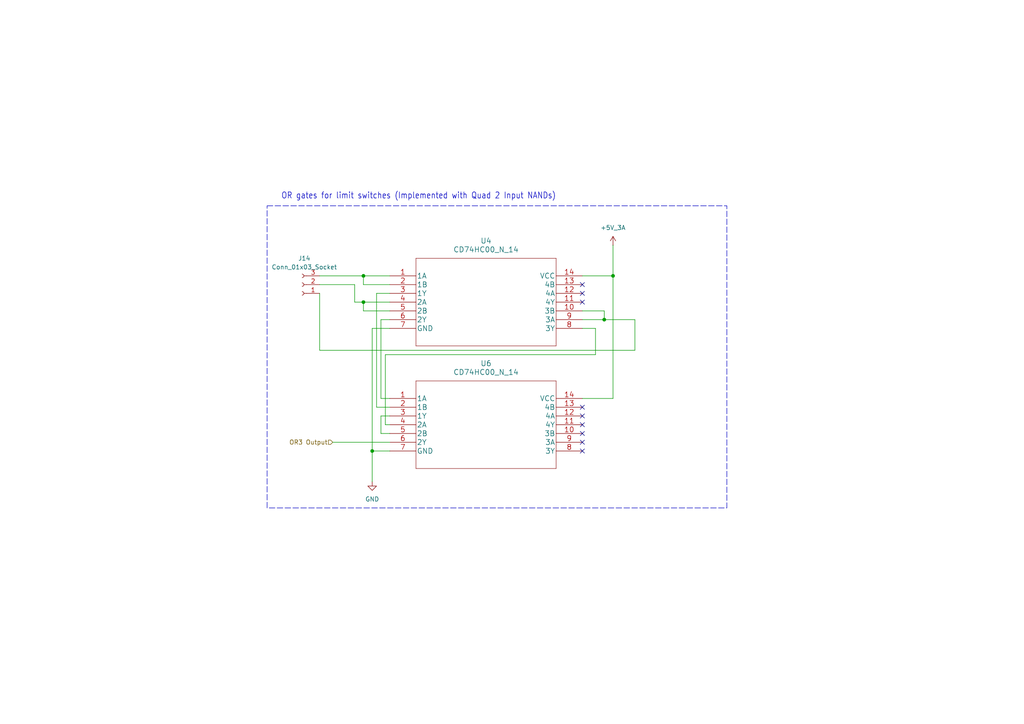
<source format=kicad_sch>
(kicad_sch (version 20231120) (generator "eeschema") (generator_version "8.0")
  (paper "A4")
  (title_block (title "Oxygen Delivery Robot Main PCB") (rev "1") (company "UIUC - ECE 445 Senior Design Lab - Spring 2024") (comment 1 "Rutvik Sayankar"))
  (lib_symbols
    (symbol "Connector:Conn_01x03_Socket" (pin_names (offset 1.016) hide)
      (property "Reference" "J" (at 0 5.08 0))
      (property "Value" "Conn_01x03_Socket" (at 0 -5.08 0))
      (symbol "Conn_01x03_Socket_1_1"
        (arc (start 0 -2.032) (mid -0.5058 -2.54) (end 0 -3.048) (stroke (width 0.1524)))
        (polyline (pts (xy -1.27 -2.54) (xy -0.508 -2.54)) (stroke (width 0.1524)))
        (polyline (pts (xy -1.27 0) (xy -0.508 0)) (stroke (width 0.1524)))
        (polyline (pts (xy -1.27 2.54) (xy -0.508 2.54)) (stroke (width 0.1524)))
        (arc (start 0 0.508) (mid -0.5058 0) (end 0 -0.508) (stroke (width 0.1524)))
        (arc (start 0 3.048) (mid -0.5058 2.54) (end 0 2.032) (stroke (width 0.1524)))
        (pin passive line (at -5.08 2.54 0) (length 3.81) (name "Pin_1") (number "1"))
        (pin passive line (at -5.08 0 0) (length 3.81) (name "Pin_2") (number "2"))
        (pin passive line (at -5.08 -2.54 0) (length 3.81) (name "Pin_3") (number "3"))
      )
    )
    (symbol "CustomSymbols:CD74HC00_N_14" (pin_names (offset 0.254))
      (property "Reference" "U" (at 27.94 10.16 0))
      (property "Value" "CD74HC00_N_14" (at 27.94 7.62 0))
      (symbol "CD74HC00_N_14_1_1"
        (polyline (pts (xy 7.62 -20.32) (xy 48.26 -20.32)) (stroke (width 0.127)))
        (polyline (pts (xy 7.62 5.08) (xy 7.62 -20.32)) (stroke (width 0.127)))
        (polyline (pts (xy 48.26 -20.32) (xy 48.26 5.08)) (stroke (width 0.127)))
        (polyline (pts (xy 48.26 5.08) (xy 7.62 5.08)) (stroke (width 0.127)))
        (pin input line (at 0 0 0) (length 7.62) (name "1A") (number "1"))
        (pin input line (at 55.88 -10.16 180) (length 7.62) (name "3B") (number "10"))
        (pin output line (at 55.88 -7.62 180) (length 7.62) (name "4Y") (number "11"))
        (pin input line (at 55.88 -5.08 180) (length 7.62) (name "4A") (number "12"))
        (pin input line (at 55.88 -2.54 180) (length 7.62) (name "4B") (number "13"))
        (pin power_in line (at 55.88 0 180) (length 7.62) (name "VCC") (number "14"))
        (pin input line (at 0 -2.54 0) (length 7.62) (name "1B") (number "2"))
        (pin output line (at 0 -5.08 0) (length 7.62) (name "1Y") (number "3"))
        (pin input line (at 0 -7.62 0) (length 7.62) (name "2A") (number "4"))
        (pin input line (at 0 -10.16 0) (length 7.62) (name "2B") (number "5"))
        (pin output line (at 0 -12.7 0) (length 7.62) (name "2Y") (number "6"))
        (pin power_in line (at 0 -15.24 0) (length 7.62) (name "GND") (number "7"))
        (pin output line (at 55.88 -15.24 180) (length 7.62) (name "3Y") (number "8"))
        (pin input line (at 55.88 -12.7 180) (length 7.62) (name "3A") (number "9"))
      )
    )
    (symbol "power:+5V" (power) (pin_numbers hide) (pin_names (offset 0) hide)
      (property "Value" "+5V" (at 0 3.556 0))
      (symbol "+5V_0_1"
        (polyline (pts (xy -0.762 1.27) (xy 0 2.54)))
        (polyline (pts (xy 0 0) (xy 0 2.54)))
        (polyline (pts (xy 0 2.54) (xy 0.762 1.27)))
      )
      (symbol "+5V_1_1"
        (pin power_in line (at 0 0 90) (length 0) (name "~") (number "1"))
      )
    )
    (symbol "power:GND" (power) (pin_numbers hide) (pin_names (offset 0) hide)
      (property "Value" "GND" (at 0 -3.81 0))
      (symbol "GND_0_1"
        (polyline (pts (xy 0 0) (xy 0 -1.27) (xy 1.27 -1.27) (xy 0 -2.54) (xy -1.27 -1.27) (xy 0 -1.27)))
      )
      (symbol "GND_1_1"
        (pin power_in line (at 0 0 270) (length 0) (name "~") (number "1"))
      )
    )
  )
  (junction (at 105.41 87.63))
  (junction (at 105.41 80.01))
  (junction (at 175.26 92.71))
  (junction (at 107.95 130.81))
  (junction (at 177.8 80.01))
  (no_connect (at 168.91 130.81))
  (no_connect (at 168.91 125.73))
  (no_connect (at 168.91 120.65))
  (no_connect (at 168.91 82.55))
  (no_connect (at 168.91 118.11))
  (no_connect (at 168.91 123.19))
  (no_connect (at 168.91 128.27))
  (no_connect (at 168.91 87.63))
  (no_connect (at 168.91 85.09))
  (wire (pts (xy 168.91 115.57) (xy 177.8 115.57)))
  (wire (pts (xy 107.95 95.25) (xy 107.95 130.81)))
  (wire (pts (xy 111.76 102.87) (xy 111.76 123.19)))
  (wire (pts (xy 113.03 85.09) (xy 109.22 85.09)))
  (wire (pts (xy 92.71 101.6) (xy 184.15 101.6)))
  (wire (pts (xy 92.71 80.01) (xy 105.41 80.01)))
  (wire (pts (xy 110.49 120.65) (xy 110.49 125.73)))
  (wire (pts (xy 105.41 87.63) (xy 113.03 87.63)))
  (wire (pts (xy 105.41 90.17) (xy 105.41 87.63)))
  (wire (pts (xy 168.91 92.71) (xy 175.26 92.71)))
  (wire (pts (xy 109.22 85.09) (xy 109.22 118.11)))
  (wire (pts (xy 102.87 87.63) (xy 102.87 82.55)))
  (wire (pts (xy 177.8 80.01) (xy 168.91 80.01)))
  (wire (pts (xy 172.72 102.87) (xy 111.76 102.87)))
  (wire (pts (xy 113.03 92.71) (xy 110.49 92.71)))
  (wire (pts (xy 113.03 95.25) (xy 107.95 95.25)))
  (wire (pts (xy 102.87 82.55) (xy 92.71 82.55)))
  (wire (pts (xy 110.49 115.57) (xy 113.03 115.57)))
  (wire (pts (xy 184.15 101.6) (xy 184.15 92.71)))
  (wire (pts (xy 113.03 90.17) (xy 105.41 90.17)))
  (wire (pts (xy 172.72 95.25) (xy 172.72 102.87)))
  (wire (pts (xy 168.91 90.17) (xy 175.26 90.17)))
  (wire (pts (xy 107.95 130.81) (xy 107.95 139.7)))
  (wire (pts (xy 105.41 80.01) (xy 113.03 80.01)))
  (wire (pts (xy 175.26 90.17) (xy 175.26 92.71)))
  (wire (pts (xy 92.71 85.09) (xy 92.71 101.6)))
  (wire (pts (xy 113.03 120.65) (xy 110.49 120.65)))
  (wire (pts (xy 105.41 82.55) (xy 105.41 80.01)))
  (wire (pts (xy 177.8 71.12) (xy 177.8 80.01)))
  (wire (pts (xy 107.95 130.81) (xy 113.03 130.81)))
  (wire (pts (xy 110.49 125.73) (xy 113.03 125.73)))
  (wire (pts (xy 175.26 92.71) (xy 184.15 92.71)))
  (wire (pts (xy 96.52 128.27) (xy 113.03 128.27)))
  (wire (pts (xy 110.49 92.71) (xy 110.49 115.57)))
  (wire (pts (xy 111.76 123.19) (xy 113.03 123.19)))
  (wire (pts (xy 168.91 95.25) (xy 172.72 95.25)))
  (wire (pts (xy 177.8 80.01) (xy 177.8 115.57)))
  (wire (pts (xy 102.87 87.63) (xy 105.41 87.63)))
  (wire (pts (xy 113.03 82.55) (xy 105.41 82.55)))
  (wire (pts (xy 109.22 118.11) (xy 113.03 118.11)))
  (rectangle (start 77.47 59.69) (end 210.82 147.32) (stroke (width 0) (type dash)))
  (text "OR gates for limit switches (Implemented with Quad 2 Input NANDs)" (at 161.29 57.912 0) (effects (font (size 1.778 1.5113)) (justify right bottom)))
  (hierarchical_label "OR3 Output" (shape input) (at 96.52 128.27 180))
  (symbol (lib_id "Connector:Conn_01x03_Socket") (at 87.63 82.55 180) (unit 1)
    (property "Reference" "J14" (at 88.265 74.93 0))
    (property "Value" "Conn_01x03_Socket" (at 88.265 77.47 0))
    (property "Footprint" "Connector_PinHeader_2.54mm:PinHeader_1x03_P2.54mm_Vertical" (effects (hide yes)))
    (property "Description" "Generic connector, single row, 01x03, script generated" (effects (hide yes)))
  )
  (symbol (lib_id "power:GND") (at 107.95 139.7 0) (unit 1)
    (property "Reference" "#PWR016" (effects (hide yes)))
    (property "Value" "GND" (at 107.95 144.78 0))
    (property "Description" "Power symbol creates a global label with name \"GND\" , ground" (effects (hide yes)))
  )
  (symbol (lib_id "CustomSymbols:CD74HC00_N_14") (at 113.03 80.01 0) (unit 1)
    (property "Reference" "U4" (at 140.97 69.85 0) (effects (font (size 1.524 1.524))))
    (property "Value" "CD74HC00_N_14" (at 140.97 72.39 0) (effects (font (size 1.524 1.524))))
    (property "Footprint" "Package_DIP:DIP-14_W7.62mm_LongPads" (effects (hide yes)))
  )
  (symbol (lib_id "power:+5V") (at 177.8 71.12 0) (unit 1)
    (property "Reference" "#PWR017" (effects (hide yes)))
    (property "Value" "+5V_3A" (at 177.8 66.04 0))
    (property "Description" "Power symbol creates a global label with name \"+5V\"" (effects (hide yes)))
  )
  (symbol (lib_id "CustomSymbols:CD74HC00_N_14") (at 113.03 115.57 0) (unit 1)
    (property "Reference" "U6" (at 140.97 105.41 0) (effects (font (size 1.524 1.524))))
    (property "Value" "CD74HC00_N_14" (at 140.97 107.95 0) (effects (font (size 1.524 1.524))))
    (property "Footprint" "Package_DIP:DIP-14_W7.62mm_LongPads" (effects (hide yes)))
  )
)
</source>
